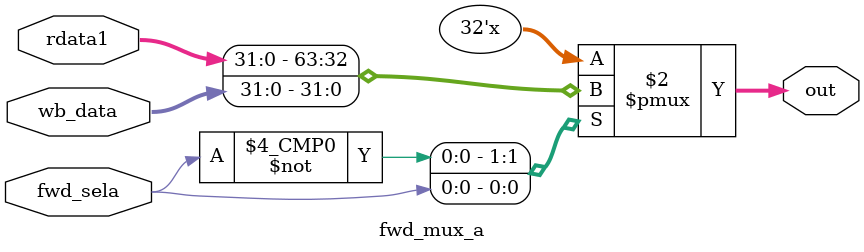
<source format=sv>
module fwd_mux_a
(
    input  logic [31:0] rdata1,      
    input  logic [31:0] wb_data,  
    input  logic        fwd_sela,          
    output logic [31:0] out
);

    always_comb begin
        case (fwd_sela)
            1'b0: out = rdata1; // No forwarding
            1'b1: out = wb_data; // forwarding
            default: out = rdata1;
        endcase
    end

endmodule
</source>
